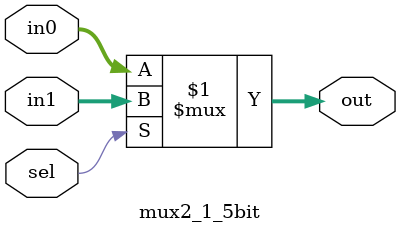
<source format=v>
/*
* mux2_1_5bit is a module to select one of two 5-bit inputs.
* 
* Inputs:
*     in0 (5bit) - The value to output if sel is 0
*     in1 (5bit) - The value to output if sel is 1
*     sel (1bit) - The selector value
*
* Outputs:
*     out - The chosen value
*/
module mux2_1_5bit(input [4:0] in0, in1,
                   input sel,
                   output [4:0] out);
 
    assign out = (sel ? in1 : in0);
  
endmodule
</source>
